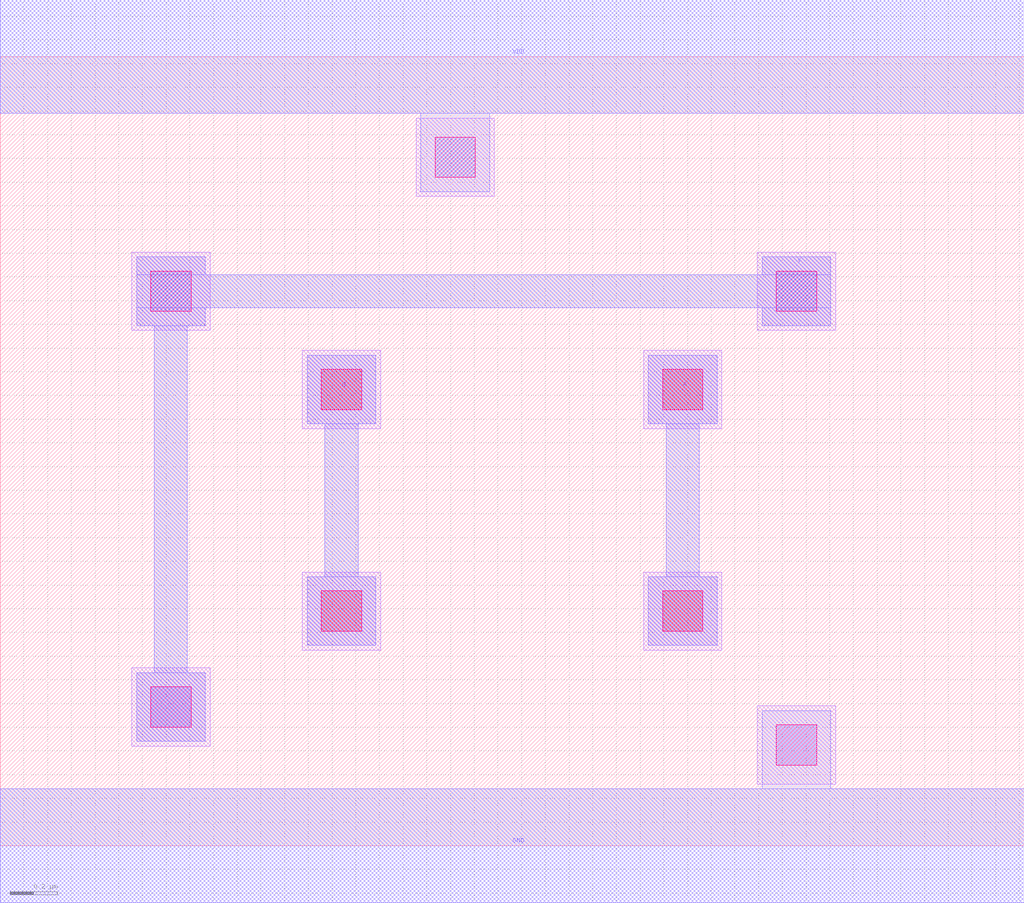
<source format=lef>
MACRO NAND2X1
 CLASS CORE ;
 FOREIGN NAND2X1 0 0 ;
 SIZE 4.32 BY 3.33 ;
 ORIGIN 0 0 ;
 SYMMETRY X Y R90 ;
 SITE unit ;
  PIN VDD
   DIRECTION INOUT ;
   USE POWER ;
   SHAPE ABUTMENT ;
    PORT
     CLASS CORE ;
       LAYER met1 ;
        RECT 0.00000000 3.09000000 4.32000000 3.57000000 ;
    END
  END VDD

  PIN GND
   DIRECTION INOUT ;
   USE POWER ;
   SHAPE ABUTMENT ;
    PORT
     CLASS CORE ;
       LAYER met1 ;
        RECT 0.00000000 -0.24000000 4.32000000 0.24000000 ;
    END
  END GND

  PIN Y
   DIRECTION INOUT ;
   USE SIGNAL ;
   SHAPE ABUTMENT ;
    PORT
     CLASS CORE ;
       LAYER met1 ;
        RECT 0.57500000 0.44000000 0.86500000 0.73000000 ;
        RECT 0.65000000 0.73000000 0.79000000 2.19500000 ;
        RECT 0.57500000 2.19500000 0.86500000 2.27000000 ;
        RECT 3.21500000 2.19500000 3.50500000 2.27000000 ;
        RECT 0.57500000 2.27000000 3.50500000 2.41000000 ;
        RECT 0.57500000 2.41000000 0.86500000 2.48500000 ;
        RECT 3.21500000 2.41000000 3.50500000 2.48500000 ;
    END
  END Y

  PIN B
   DIRECTION INOUT ;
   USE SIGNAL ;
   SHAPE ABUTMENT ;
    PORT
     CLASS CORE ;
       LAYER met1 ;
        RECT 1.29500000 0.84500000 1.58500000 1.13500000 ;
        RECT 1.37000000 1.13500000 1.51000000 1.78000000 ;
        RECT 1.29500000 1.78000000 1.58500000 2.07000000 ;
    END
  END B

  PIN A
   DIRECTION INOUT ;
   USE SIGNAL ;
   SHAPE ABUTMENT ;
    PORT
     CLASS CORE ;
       LAYER met1 ;
        RECT 2.73500000 0.84500000 3.02500000 1.13500000 ;
        RECT 2.81000000 1.13500000 2.95000000 1.78000000 ;
        RECT 2.73500000 1.78000000 3.02500000 2.07000000 ;
    END
  END A

 OBS
    LAYER polycont ;
     RECT 1.35500000 0.90500000 1.52500000 1.07500000 ;
     RECT 2.79500000 0.90500000 2.96500000 1.07500000 ;
     RECT 1.35500000 1.84000000 1.52500000 2.01000000 ;
     RECT 2.79500000 1.84000000 2.96500000 2.01000000 ;

    LAYER pdiffc ;
     RECT 0.63500000 2.25500000 0.80500000 2.42500000 ;
     RECT 3.27500000 2.25500000 3.44500000 2.42500000 ;
     RECT 1.83500000 2.82000000 2.00500000 2.99000000 ;

    LAYER ndiffc ;
     RECT 3.27500000 0.34000000 3.44500000 0.51000000 ;
     RECT 0.63500000 0.50000000 0.80500000 0.67000000 ;

    LAYER li1 ;
     RECT 3.19500000 0.26000000 3.52500000 0.59000000 ;
     RECT 0.55500000 0.42000000 0.88500000 0.75000000 ;
     RECT 1.27500000 0.82500000 1.60500000 1.15500000 ;
     RECT 2.71500000 0.82500000 3.04500000 1.15500000 ;
     RECT 1.27500000 1.76000000 1.60500000 2.09000000 ;
     RECT 2.71500000 1.76000000 3.04500000 2.09000000 ;
     RECT 0.55500000 2.17500000 0.88500000 2.50500000 ;
     RECT 3.19500000 2.17500000 3.52500000 2.50500000 ;
     RECT 1.75500000 2.74000000 2.08500000 3.07000000 ;

    LAYER viali ;
     RECT 3.27500000 0.34000000 3.44500000 0.51000000 ;
     RECT 0.63500000 0.50000000 0.80500000 0.67000000 ;
     RECT 1.35500000 0.90500000 1.52500000 1.07500000 ;
     RECT 2.79500000 0.90500000 2.96500000 1.07500000 ;
     RECT 1.35500000 1.84000000 1.52500000 2.01000000 ;
     RECT 2.79500000 1.84000000 2.96500000 2.01000000 ;
     RECT 0.63500000 2.25500000 0.80500000 2.42500000 ;
     RECT 3.27500000 2.25500000 3.44500000 2.42500000 ;
     RECT 1.83500000 2.82000000 2.00500000 2.99000000 ;

    LAYER met1 ;
     RECT 0.00000000 -0.24000000 4.32000000 0.24000000 ;
     RECT 3.21500000 0.24000000 3.50500000 0.57000000 ;
     RECT 1.29500000 0.84500000 1.58500000 1.13500000 ;
     RECT 1.37000000 1.13500000 1.51000000 1.78000000 ;
     RECT 1.29500000 1.78000000 1.58500000 2.07000000 ;
     RECT 2.73500000 0.84500000 3.02500000 1.13500000 ;
     RECT 2.81000000 1.13500000 2.95000000 1.78000000 ;
     RECT 2.73500000 1.78000000 3.02500000 2.07000000 ;
     RECT 0.57500000 0.44000000 0.86500000 0.73000000 ;
     RECT 0.65000000 0.73000000 0.79000000 2.19500000 ;
     RECT 0.57500000 2.19500000 0.86500000 2.27000000 ;
     RECT 3.21500000 2.19500000 3.50500000 2.27000000 ;
     RECT 0.57500000 2.27000000 3.50500000 2.41000000 ;
     RECT 0.57500000 2.41000000 0.86500000 2.48500000 ;
     RECT 3.21500000 2.41000000 3.50500000 2.48500000 ;
     RECT 1.77500000 2.76000000 2.06500000 3.09000000 ;
     RECT 0.00000000 3.09000000 4.32000000 3.57000000 ;

 END
END NAND2X1

</source>
